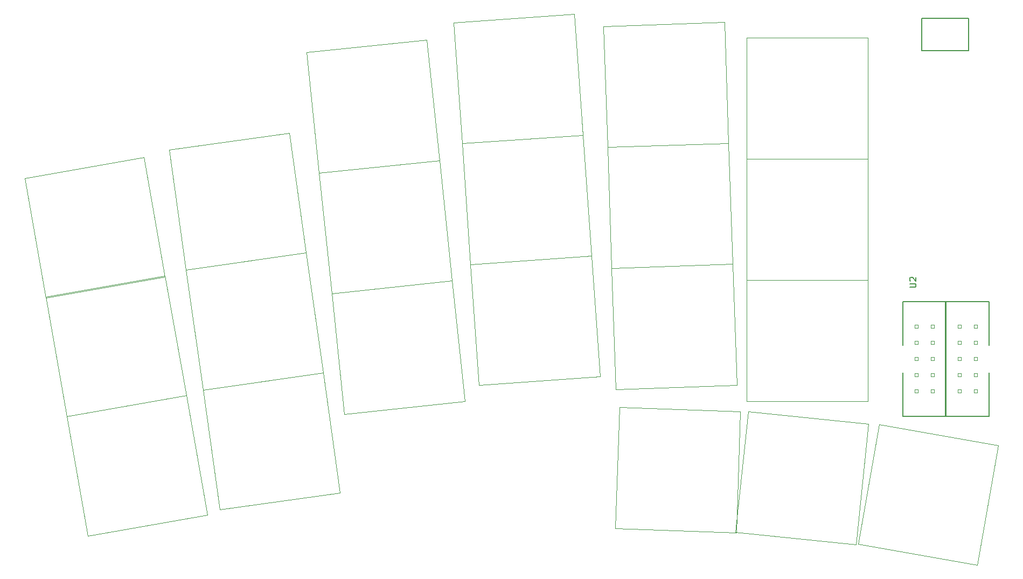
<source format=gbr>
%TF.GenerationSoftware,KiCad,Pcbnew,(6.0.0-0)*%
%TF.CreationDate,2022-01-05T19:55:08+07:00*%
%TF.ProjectId,kibod-01,6b69626f-642d-4303-912e-6b696361645f,rev?*%
%TF.SameCoordinates,Original*%
%TF.FileFunction,OtherDrawing,Comment*%
%FSLAX46Y46*%
G04 Gerber Fmt 4.6, Leading zero omitted, Abs format (unit mm)*
G04 Created by KiCad (PCBNEW (6.0.0-0)) date 2022-01-05 19:55:08*
%MOMM*%
%LPD*%
G01*
G04 APERTURE LIST*
%ADD10C,0.150000*%
%ADD11C,0.100000*%
%ADD12C,0.066040*%
%ADD13C,0.203200*%
%ADD14C,0.200000*%
G04 APERTURE END LIST*
D10*
%TO.C,U2*%
X152977491Y-59304243D02*
X153787015Y-59304243D01*
X153882253Y-59256624D01*
X153929872Y-59209005D01*
X153977491Y-59113767D01*
X153977491Y-58923291D01*
X153929872Y-58828053D01*
X153882253Y-58780434D01*
X153787015Y-58732815D01*
X152977491Y-58732815D01*
X153072730Y-58304243D02*
X153025111Y-58256624D01*
X152977491Y-58161386D01*
X152977491Y-57923291D01*
X153025111Y-57828053D01*
X153072730Y-57780434D01*
X153167968Y-57732815D01*
X153263206Y-57732815D01*
X153406063Y-57780434D01*
X153977491Y-58351862D01*
X153977491Y-57732815D01*
D11*
%TO.C,K-0-0*%
X13896511Y-42180044D02*
X32657099Y-38872046D01*
X17204509Y-60940632D02*
X13896511Y-42180044D01*
X32657099Y-38872046D02*
X35965097Y-57632634D01*
X35965097Y-57632634D02*
X17204509Y-60940632D01*
%TO.C,K-0-1*%
X58132371Y-53884190D02*
X39267764Y-56535437D01*
X39267764Y-56535437D02*
X36616517Y-37670830D01*
X36616517Y-37670830D02*
X55481124Y-35019583D01*
X55481124Y-35019583D02*
X58132371Y-53884190D01*
%TO.C,K-0-2*%
X77112218Y-20396259D02*
X79103486Y-39341901D01*
X58166576Y-22387527D02*
X77112218Y-20396259D01*
X60157844Y-41333169D02*
X58166576Y-22387527D01*
X79103486Y-39341901D02*
X60157844Y-41333169D01*
%TO.C,K-0-3*%
X101640737Y-35355158D02*
X82637142Y-36684019D01*
X100311876Y-16351563D02*
X101640737Y-35355158D01*
X82637142Y-36684019D02*
X81308281Y-17680424D01*
X81308281Y-17680424D02*
X100311876Y-16351563D01*
%TO.C,K-0-4*%
X105486261Y-37285251D02*
X104821426Y-18246856D01*
X124524656Y-36620416D02*
X105486261Y-37285251D01*
X123859821Y-17582021D02*
X124524656Y-36620416D01*
X104821426Y-18246856D02*
X123859821Y-17582021D01*
%TO.C,K-0-5*%
X146374511Y-20061339D02*
X146374511Y-39111339D01*
X146374511Y-39111339D02*
X127324511Y-39111339D01*
X127324511Y-39111339D02*
X127324511Y-20061339D01*
X127324511Y-20061339D02*
X146374511Y-20061339D01*
%TO.C,K-1-0*%
X39273094Y-76281865D02*
X20512506Y-79589863D01*
X35965096Y-57521277D02*
X39273094Y-76281865D01*
X17204508Y-60829275D02*
X35965096Y-57521277D01*
X20512506Y-79589863D02*
X17204508Y-60829275D01*
%TO.C,K-1-1*%
X60783616Y-72748796D02*
X41919009Y-75400043D01*
X58132369Y-53884189D02*
X60783616Y-72748796D01*
X39267762Y-56535436D02*
X58132369Y-53884189D01*
X41919009Y-75400043D02*
X39267762Y-56535436D01*
%TO.C,K-1-2*%
X60157841Y-41333170D02*
X79103483Y-39341902D01*
X62149109Y-60278812D02*
X60157841Y-41333170D01*
X81094751Y-58287544D02*
X62149109Y-60278812D01*
X79103483Y-39341902D02*
X81094751Y-58287544D01*
%TO.C,K-1-3*%
X83966002Y-55687613D02*
X82637141Y-36684018D01*
X82637141Y-36684018D02*
X101640736Y-35355157D01*
X102969597Y-54358752D02*
X83966002Y-55687613D01*
X101640736Y-35355157D02*
X102969597Y-54358752D01*
%TO.C,K-1-4*%
X105486261Y-37285251D02*
X124524656Y-36620416D01*
X125189491Y-55658811D02*
X106151096Y-56323646D01*
X124524656Y-36620416D02*
X125189491Y-55658811D01*
X106151096Y-56323646D02*
X105486261Y-37285251D01*
%TO.C,K-1-5*%
X146374511Y-58161339D02*
X127324511Y-58161339D01*
X127324511Y-58161339D02*
X127324511Y-39111339D01*
X127324511Y-39111339D02*
X146374511Y-39111339D01*
X146374511Y-39111339D02*
X146374511Y-58161339D01*
%TO.C,K-2-0*%
X20512506Y-79589863D02*
X39273094Y-76281865D01*
X23820504Y-98350451D02*
X20512506Y-79589863D01*
X39273094Y-76281865D02*
X42581092Y-95042453D01*
X42581092Y-95042453D02*
X23820504Y-98350451D01*
%TO.C,K-2-1*%
X60783619Y-72748796D02*
X63434866Y-91613403D01*
X63434866Y-91613403D02*
X44570259Y-94264650D01*
X41919012Y-75400043D02*
X60783619Y-72748796D01*
X44570259Y-94264650D02*
X41919012Y-75400043D01*
%TO.C,K-2-2*%
X81094751Y-58287542D02*
X83086019Y-77233184D01*
X62149109Y-60278810D02*
X81094751Y-58287542D01*
X83086019Y-77233184D02*
X64140377Y-79224452D01*
X64140377Y-79224452D02*
X62149109Y-60278810D01*
%TO.C,K-2-3*%
X83966002Y-55687614D02*
X102969597Y-54358753D01*
X102969597Y-54358753D02*
X104298458Y-73362348D01*
X85294863Y-74691209D02*
X83966002Y-55687614D01*
X104298458Y-73362348D02*
X85294863Y-74691209D01*
%TO.C,K-2-4*%
X125854326Y-74697206D02*
X106815931Y-75362041D01*
X106151096Y-56323646D02*
X125189491Y-55658811D01*
X106815931Y-75362041D02*
X106151096Y-56323646D01*
X125189491Y-55658811D02*
X125854326Y-74697206D01*
%TO.C,K-2-5*%
X146374511Y-77211339D02*
X127324511Y-77211339D01*
X127324511Y-77211339D02*
X127324511Y-58161339D01*
X127324511Y-58161339D02*
X146374511Y-58161339D01*
X146374511Y-58161339D02*
X146374511Y-77211339D01*
%TO.C,K-3-3*%
X125717064Y-97857954D02*
X106678669Y-97193119D01*
X107343504Y-78154724D02*
X126381899Y-78819559D01*
X126381899Y-78819559D02*
X125717064Y-97857954D01*
X106678669Y-97193119D02*
X107343504Y-78154724D01*
%TO.C,K-3-4*%
X146525249Y-80799152D02*
X144533981Y-99744794D01*
X125588339Y-97753526D02*
X127579607Y-78807884D01*
X127579607Y-78807884D02*
X146525249Y-80799152D01*
X144533981Y-99744794D02*
X125588339Y-97753526D01*
%TO.C,K-3-5*%
X144865218Y-99630037D02*
X148173216Y-80869449D01*
X148173216Y-80869449D02*
X166933804Y-84177447D01*
X163625806Y-102938035D02*
X144865218Y-99630037D01*
X166933804Y-84177447D02*
X163625806Y-102938035D01*
D12*
%TO.C,J1*%
X153765911Y-70822570D02*
X154273911Y-70822570D01*
X156813911Y-68282570D02*
X156813911Y-67774570D01*
X156813911Y-73362570D02*
X156813911Y-72854570D01*
X153765911Y-75394570D02*
X154273911Y-75394570D01*
X156305911Y-72854570D02*
X156813911Y-72854570D01*
X153765911Y-73362570D02*
X153765911Y-72854570D01*
X156305911Y-65234570D02*
X156813911Y-65234570D01*
X154273911Y-70822570D02*
X154273911Y-70314570D01*
X156305911Y-65742570D02*
X156813911Y-65742570D01*
X154273911Y-73362570D02*
X154273911Y-72854570D01*
X153765911Y-68282570D02*
X154273911Y-68282570D01*
X156813911Y-75902570D02*
X156813911Y-75394570D01*
X156813911Y-65742570D02*
X156813911Y-65234570D01*
X153765911Y-72854570D02*
X154273911Y-72854570D01*
D13*
X151891391Y-79567790D02*
X151891391Y-72768210D01*
D12*
X153765911Y-65742570D02*
X153765911Y-65234570D01*
X156813911Y-73362570D02*
X156813911Y-72854570D01*
X156305911Y-73362570D02*
X156813911Y-73362570D01*
D13*
X158688431Y-61569350D02*
X158688431Y-79567790D01*
D12*
X156305911Y-73362570D02*
X156305911Y-72854570D01*
X154273911Y-68282570D02*
X154273911Y-67774570D01*
X153765911Y-68282570D02*
X153765911Y-67774570D01*
X156305911Y-75394570D02*
X156813911Y-75394570D01*
X154273911Y-65742570D02*
X154273911Y-65234570D01*
X153765911Y-72854570D02*
X154273911Y-72854570D01*
X156305911Y-65742570D02*
X156305911Y-65234570D01*
X153765911Y-65234570D02*
X154273911Y-65234570D01*
X156305911Y-73362570D02*
X156305911Y-72854570D01*
X153765911Y-73362570D02*
X154273911Y-73362570D01*
X156305911Y-72854570D02*
X156813911Y-72854570D01*
X154273911Y-75902570D02*
X154273911Y-75394570D01*
X153765911Y-73362570D02*
X153765911Y-72854570D01*
X153765911Y-65742570D02*
X154273911Y-65742570D01*
X156305911Y-68282570D02*
X156305911Y-67774570D01*
X153765911Y-75902570D02*
X153765911Y-75394570D01*
D13*
X151891391Y-79567790D02*
X158688431Y-79567790D01*
D12*
X153765911Y-73362570D02*
X154273911Y-73362570D01*
X156305911Y-70314570D02*
X156813911Y-70314570D01*
X156305911Y-70822570D02*
X156813911Y-70822570D01*
D13*
X151891391Y-61569350D02*
X158688431Y-61569350D01*
D12*
X156305911Y-75902570D02*
X156813911Y-75902570D01*
X153765911Y-67774570D02*
X154273911Y-67774570D01*
X156305911Y-67774570D02*
X156813911Y-67774570D01*
X154273911Y-73362570D02*
X154273911Y-72854570D01*
X156305911Y-75902570D02*
X156305911Y-75394570D01*
X156813911Y-70822570D02*
X156813911Y-70314570D01*
X156305911Y-73362570D02*
X156813911Y-73362570D01*
X156305911Y-68282570D02*
X156813911Y-68282570D01*
X153765911Y-70822570D02*
X153765911Y-70314570D01*
X153765911Y-75902570D02*
X154273911Y-75902570D01*
D13*
X151891391Y-61569350D02*
X151891391Y-68368930D01*
D12*
X156305911Y-70822570D02*
X156305911Y-70314570D01*
X153765911Y-70314570D02*
X154273911Y-70314570D01*
D14*
%TO.C,U1*%
X162249511Y-22132339D02*
X162249511Y-17052339D01*
X154883511Y-17052339D02*
X154883511Y-22132339D01*
X154883511Y-22132339D02*
X162249511Y-22132339D01*
X162249511Y-17052339D02*
X154883511Y-17052339D01*
D12*
%TO.C,J2*%
X163570311Y-65234570D02*
X163062311Y-65234570D01*
X161030311Y-75902570D02*
X161030311Y-75394570D01*
X161030311Y-68282570D02*
X161030311Y-67774570D01*
X163570311Y-65742570D02*
X163062311Y-65742570D01*
X161030311Y-65234570D02*
X160522311Y-65234570D01*
X160522311Y-70822570D02*
X160522311Y-70314570D01*
X160522311Y-68282570D02*
X160522311Y-67774570D01*
X161030311Y-65742570D02*
X161030311Y-65234570D01*
X161030311Y-73362570D02*
X161030311Y-72854570D01*
X161030311Y-73362570D02*
X160522311Y-73362570D01*
X163570311Y-67774570D02*
X163062311Y-67774570D01*
X163570311Y-75902570D02*
X163570311Y-75394570D01*
X163570311Y-72854570D02*
X163062311Y-72854570D01*
D13*
X165444831Y-61569350D02*
X158647791Y-61569350D01*
X165444831Y-79567790D02*
X158647791Y-79567790D01*
D12*
X163570311Y-75902570D02*
X163062311Y-75902570D01*
X161030311Y-72854570D02*
X160522311Y-72854570D01*
D13*
X165444831Y-79567790D02*
X165444831Y-72768210D01*
D12*
X163570311Y-70822570D02*
X163570311Y-70314570D01*
X161030311Y-72854570D02*
X160522311Y-72854570D01*
X161030311Y-68282570D02*
X160522311Y-68282570D01*
X163570311Y-72854570D02*
X163062311Y-72854570D01*
X161030311Y-70822570D02*
X161030311Y-70314570D01*
X161030311Y-75394570D02*
X160522311Y-75394570D01*
X160522311Y-75902570D02*
X160522311Y-75394570D01*
X161030311Y-73362570D02*
X161030311Y-72854570D01*
X163570311Y-73362570D02*
X163062311Y-73362570D01*
X161030311Y-70314570D02*
X160522311Y-70314570D01*
X163570311Y-65742570D02*
X163570311Y-65234570D01*
X161030311Y-70822570D02*
X160522311Y-70822570D01*
X163570311Y-70822570D02*
X163062311Y-70822570D01*
X163570311Y-68282570D02*
X163570311Y-67774570D01*
X161030311Y-67774570D02*
X160522311Y-67774570D01*
X163570311Y-68282570D02*
X163062311Y-68282570D01*
X163062311Y-68282570D02*
X163062311Y-67774570D01*
D13*
X158647791Y-61569350D02*
X158647791Y-79567790D01*
D12*
X160522311Y-73362570D02*
X160522311Y-72854570D01*
X161030311Y-65742570D02*
X160522311Y-65742570D01*
X163570311Y-73362570D02*
X163062311Y-73362570D01*
X163570311Y-75394570D02*
X163062311Y-75394570D01*
X163062311Y-70822570D02*
X163062311Y-70314570D01*
X161030311Y-73362570D02*
X160522311Y-73362570D01*
X163062311Y-65742570D02*
X163062311Y-65234570D01*
X161030311Y-75902570D02*
X160522311Y-75902570D01*
X163062311Y-73362570D02*
X163062311Y-72854570D01*
X163570311Y-73362570D02*
X163570311Y-72854570D01*
X163570311Y-70314570D02*
X163062311Y-70314570D01*
X160522311Y-73362570D02*
X160522311Y-72854570D01*
X163570311Y-73362570D02*
X163570311Y-72854570D01*
D13*
X165444831Y-61569350D02*
X165444831Y-68368930D01*
D12*
X163062311Y-73362570D02*
X163062311Y-72854570D01*
X160522311Y-65742570D02*
X160522311Y-65234570D01*
X163062311Y-75902570D02*
X163062311Y-75394570D01*
%TD*%
M02*

</source>
